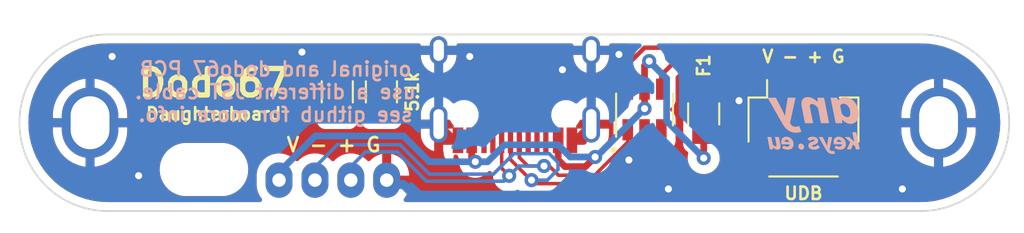
<source format=kicad_pcb>
(kicad_pcb (version 20211014) (generator pcbnew)
  (layers (0 "F.Cu" signal) (31 "B.Cu" signal) (34 "B.Paste" user) (35 "F.Paste" user) (36 "B.SilkS" user "B.Silkscreen") (37 "F.SilkS" user "F.Silkscreen") (38 "B.Mask" user) (39 "F.Mask" user) (44 "Edge.Cuts" user))
  (net 0 "")
  (net 1 "D+")
  (net 2 "GND")
  (net 3 "D-")
  (net 4 "VCC")
  (net 5 "Net-(J1-Pad10)")
  (net 6 "Net-(J1-Pad4)")
  (net 7 "VBUS")
  (net 10 "Net-(J2-Pad2)")
  (net 11 "Net-(J2-Pad3)")
  (footprint "footprints:3x2.2" (layer "F.Cu") (at 4.3 5)
    (fp_text reference "MH1" hide)
    (fp_text value "Mount-M2" hide)
    (pad "1" thru_hole oval locked (at 0 0) (size 3.2 4) (drill oval 2.2 3) (layers *.Cu *.Mask) (net 2 "GND"))
  )
  (footprint "Keeb_components:OTHER_strain_relief_small" (layer "F.Cu") (at 10.75 7.65)
    (fp_text reference "REF**" hide)
    (fp_text value "strain_relief_small")
    (pad "" np_thru_hole oval locked (at 0 0) (size 4 2) (drill oval 4 2) (layers *.Cu *.Mask))
  )
  (footprint "Keeb_components:R_0805" (layer "F.Cu") (at 39.05 4.5 -90)
    (fp_text reference "F1" (at -2 0 -90) (layer "F.SilkS") (effects (font (size 0.7 0.7)) (justify left)))
    (fp_text value "Polyfuse" hide)
    (pad "1" smd rect locked (at -1.1 0 270) (size 1.2 1.3) (layers "F.Cu" "F.Paste" "F.Mask") (net 4 "VCC"))
    (pad "2" smd rect locked (at 1.1 0 270) (size 1.2 1.3) (layers "F.Cu" "F.Paste" "F.Mask") (net 7 "VBUS"))
  )
  (footprint "Keeb_components:CONN_HRO-TYPE-C-31-M-12" (layer "F.Cu") (at 28.36 -1.7)
    (fp_text reference "J1")
    (fp_text value "HRO-TYPE-C-31-M-12" hide)
    (pad "" np_thru_hole circle (at 2.89 6.25 180) (size 0.65 0.65) (drill 0.65) (layers *.Cu *.Mask))
    (pad "" np_thru_hole circle (at -2.89 6.25 180) (size 0.65 0.65) (drill 0.65) (layers *.Cu *.Mask))
    (pad "1" smd rect (at 3.225 7.695 180) (size 0.6 1.45) (layers "F.Cu" "F.Paste" "F.Mask") (net 2 "GND"))
    (pad "2" smd rect (at 2.45 7.695 180) (size 0.6 1.45) (layers "F.Cu" "F.Paste" "F.Mask") (net 7 "VBUS"))
    (pad "3" smd rect (at 1.75 7.695 180) (size 0.3 1.45) (layers "F.Cu" "F.Paste" "F.Mask"))
    (pad "4" smd rect (at 1.25 7.695 180) (size 0.3 1.45) (layers "F.Cu" "F.Paste" "F.Mask") (net 6 "Net-(J1-Pad4)"))
    (pad "5" smd rect (at 0.75 7.695 180) (size 0.3 1.45) (layers "F.Cu" "F.Paste" "F.Mask") (net 3 "D-"))
    (pad "6" smd rect (at 0.25 7.695 180) (size 0.3 1.45) (layers "F.Cu" "F.Paste" "F.Mask") (net 1 "D+"))
    (pad "7" smd rect (at -0.25 7.695 180) (size 0.3 1.45) (layers "F.Cu" "F.Paste" "F.Mask") (net 3 "D-"))
    (pad "8" smd rect (at -0.75 7.695 180) (size 0.3 1.45) (layers "F.Cu" "F.Paste" "F.Mask") (net 1 "D+"))
    (pad "9" smd rect (at -1.25 7.695 180) (size 0.3 1.45) (layers "F.Cu" "F.Paste" "F.Mask"))
    (pad "10" smd rect (at -1.75 7.695 180) (size 0.3 1.45) (layers "F.Cu" "F.Paste" "F.Mask") (net 5 "Net-(J1-Pad10)"))
    (pad "11" smd rect (at -2.45 7.695 180) (size 0.6 1.45) (layers "F.Cu" "F.Paste" "F.Mask") (net 7 "VBUS"))
    (pad "12" smd rect (at -3.225 7.695 180) (size 0.6 1.45) (layers "F.Cu" "F.Paste" "F.Mask") (net 2 "GND"))
    (pad "13" thru_hole oval (at -4.32 2.6 180) (size 1 1.6) (drill oval 0.6 1.2) (layers *.Cu *.Mask) (net 2 "GND"))
    (pad "13" thru_hole oval (at 4.32 2.6 180) (size 1 1.6) (drill oval 0.6 1.2) (layers *.Cu *.Mask) (net 2 "GND"))
    (pad "13" thru_hole oval (at 4.32 6.78 180) (size 1 2.1) (drill oval 0.6 1.7) (layers *.Cu *.Mask) (net 2 "GND"))
    (pad "13" thru_hole oval (at -4.32 6.78 180) (size 1 2.1) (drill oval 0.6 1.7) (layers *.Cu *.Mask) (net 2 "GND"))
  )
  (footprint "Keeb_components:PACKAGE_SOT-23-6" (layer "F.Cu") (at 35.7 4.25 -90)
    (fp_text reference "U1" hide)
    (fp_text value "USBLC6-2SC6")
    (pad "1" smd rect (at 1.15 0.95) (size 0.6 1.2) (layers "F.Cu" "F.Paste" "F.Mask") (net 1 "D+"))
    (pad "2" smd rect (at 1.15 0) (size 0.6 1.2) (layers "F.Cu" "F.Paste" "F.Mask") (net 2 "GND"))
    (pad "3" smd rect (at 1.15 -0.95) (size 0.6 1.2) (layers "F.Cu" "F.Paste" "F.Mask") (net 3 "D-"))
    (pad "4" smd rect (at -1.15 -0.95) (size 0.6 1.2) (layers "F.Cu" "F.Paste" "F.Mask") (net 10 "Net-(J2-Pad2)"))
    (pad "5" smd rect (at -1.15 0) (size 0.6 1.2) (layers "F.Cu" "F.Paste" "F.Mask") (net 7 "VBUS"))
    (pad "6" smd rect (at -1.15 0.95) (size 0.6 1.2) (layers "F.Cu" "F.Paste" "F.Mask") (net 11 "Net-(J2-Pad3)"))
  )
  (footprint "footprints:solder_header" (layer "F.Cu") (at 18.05 8.25)
    (fp_text reference "J3" hide)
    (fp_text value "Solder" hide)
    (pad "1" thru_hole oval (at -3.048 0) (size 1.524 2) (drill 0.762) (layers *.Cu *.Mask) (net 7 "VBUS"))
    (pad "2" thru_hole oval (at -1.016 0) (size 1.524 2) (drill 0.762) (layers *.Cu *.Mask) (net 3 "D-"))
    (pad "3" thru_hole oval (at 1.016 0) (size 1.524 2) (drill 0.762) (layers *.Cu *.Mask) (net 1 "D+"))
    (pad "4" thru_hole oval (at 3.048 0) (size 1.524 2) (drill 0.762) (layers *.Cu *.Mask) (net 2 "GND"))
  )
  (footprint "footprints:3x2.2" (layer "F.Cu") (at 52.35 5)
    (fp_text reference "MH2" hide)
    (fp_text value "Mount-M2" hide)
    (pad "1" thru_hole oval locked (at 0 0) (size 3.2 4) (drill oval 2.2 3) (layers *.Cu *.Mask) (net 2 "GND"))
  )
  (footprint "Keeb_components:R_0805" (layer "F.Cu") (at 20.8 3.25 90)
    (fp_text reference "R1" hide)
    (fp_text value "5.1k" (at 0 1.75 90) (layer "F.SilkS") (effects (font (size 0.7 0.7))))
    (pad "1" smd rect locked (at -1.1 0 90) (size 1 1.3) (layers "F.Cu" "F.Paste" "F.Mask") (net 5 "Net-(J1-Pad10)"))
    (pad "2" smd rect locked (at 1.1 0 90) (size 1 1.3) (layers "F.Cu" "F.Paste" "F.Mask") (net 2 "GND"))
  )
  (footprint "Keeb_components:R_0805" (layer "F.Cu") (at 18.3 3.25 90)
    (fp_text reference "R2" hide)
    (fp_text value "5.1k" hide)
    (pad "1" smd rect locked (at -1.1 0 90) (size 1 1.3) (layers "F.Cu" "F.Paste" "F.Mask") (net 6 "Net-(J1-Pad4)"))
    (pad "2" smd rect locked (at 1.1 0 90) (size 1 1.3) (layers "F.Cu" "F.Paste" "F.Mask") (net 2 "GND"))
  )
  (footprint "Keeb_components:CONN_JST_SH_SM04B-SRSS-TB_1x04-1MP_P1.00mm_Horizontal" (layer "F.Cu") (at 44.7 5.357817)
    (fp_text reference "J2" hide)
    (fp_text value "UDB" (at 0 3.642183) (layer "F.SilkS") (effects (font (size 0.7 0.7))))
    (pad "1" smd roundrect locked (at -1.5 -2.15) (size 0.6 1.85) (layers "F.Cu" "F.Paste" "F.Mask") (net 4 "VCC"))
    (pad "2" smd roundrect locked (at -0.5 -2.15) (size 0.6 1.85) (layers "F.Cu" "F.Paste" "F.Mask") (net 10 "Net-(J2-Pad2)"))
    (pad "3" smd roundrect locked (at 0.5 -2.15) (size 0.6 1.85) (layers "F.Cu" "F.Paste" "F.Mask") (net 11 "Net-(J2-Pad3)"))
    (pad "4" smd roundrect locked (at 1.5 -2.15) (size 0.6 1.85) (layers "F.Cu" "F.Paste" "F.Mask") (net 2 "GND"))
    (pad "MP" smd roundrect locked (at 3 1.875) (size 1.6 1.8) (layers "F.Cu" "F.Paste" "F.Mask") (roundrect_rratio 0.208))
    (pad "MP" smd roundrect locked (at -3 1.875) (size 1.6 1.8) (layers "F.Cu" "F.Paste" "F.Mask") (roundrect_rratio 0.208))
  )
  (footprint "Keeb_components:GRAPHIC_logo_text" (layer "B.Cu") (at 45.3 5.432817 180)
    (fp_text reference "G***" hide)
    (fp_text value "LOGO" hide)
  )
  (gr_arc (start 5.299999 10) (mid 0.299999 5) (end 5.3 0) (layer "Edge.Cuts") (width 0.1))
  (gr_line (start 5.3 0) (end 51.35 0) (layer "Edge.Cuts") (width 0.1))
  (gr_arc (start 51.35 0) (mid 56.35 5) (end 51.35 10) (layer "Edge.Cuts") (width 0.1))
  (gr_line (start 51.35 10) (end 5.299999 10) (layer "Edge.Cuts") (width 0.1))
  (gr_text "original and dodo67 PCB\nuse a different JST cable.\nsee github for more info." (at 14.8 3.25) (layer "B.SilkS") (effects (font (size 0.8 0.8)) (justify mirror)))
  (gr_text "V - + G" (at 44.7 1.25) (layer "F.SilkS") (effects (font (size 0.7 0.7))))
  (gr_text "V - + G" (at 18.098 6.25) (layer "F.SilkS") (effects (font (size 0.8 0.8))))
  (gr_text "Daughterboard" (at 11.3 4.5) (layer "F.SilkS") (effects (font (size 0.7 0.7))))
  (gr_text "Dodo67" (at 11.3 2.75) (layer "F.SilkS") (effects (font (size 1.5 1.5) (thickness 0.3))))
  (segment (start 34.75 6.099018) (end 34.75 5.4) (width 0.2) (layer "F.Cu") (net 1))
  (segment (start 29.090478 7.4495) (end 30.007607 7.4495) (width 0.2) (layer "F.Cu") (net 1))
  (segment (start 28.61 6.969022) (end 29.090478 7.4495) (width 0.2) (layer "F.Cu") (net 1))
  (segment (start 30.300482 7.4495) (end 30.825491 7.974509) (width 0.2) (layer "F.Cu") (net 1))
  (segment (start 27.61 7.580656) (end 28.034294 8.00495) (width 0.2) (layer "F.Cu") (net 1))
  (segment (start 28.61 5.995) (end 28.61 6.969022) (width 0.2) (layer "F.Cu") (net 1))
  (segment (start 27.61 5.995) (end 27.61 7.580656) (width 0.2) (layer "F.Cu") (net 1))
  (segment (start 30.007607 7.4495) (end 30.300482 7.4495) (width 0.2) (layer "F.Cu") (net 1))
  (segment (start 32.874509 7.974509) (end 34.75 6.099018) (width 0.2) (layer "F.Cu") (net 1))
  (segment (start 30.825491 7.974509) (end 32.874509 7.974509) (width 0.2) (layer "F.Cu") (net 1))
  (via (at 28.034294 8.00495) (size 0.8) (drill 0.4) (layers "F.Cu" "B.Cu") (net 1))
  (via (at 30.007607 7.4495) (size 0.8) (drill 0.4) (layers "F.Cu" "B.Cu") (net 1))
  (segment (start 23.351308 8.309306) (end 21.691522 6.64952) (width 0.2) (layer "B.Cu") (net 1))
  (segment (start 30.007607 7.4495) (end 28.589744 7.4495) (width 0.2) (layer "B.Cu") (net 1))
  (segment (start 19.90048 6.64952) (end 19.066 7.484) (width 0.2) (layer "B.Cu") (net 1))
  (segment (start 19.066 7.484) (end 19.066 8.25) (width 0.2) (layer "B.Cu") (net 1))
  (segment (start 21.691522 6.64952) (end 19.90048 6.64952) (width 0.2) (layer "B.Cu") (net 1))
  (segment (start 28.589744 7.4495) (end 28.034294 8.00495) (width 0.2) (layer "B.Cu") (net 1))
  (segment (start 28.034294 8.00495) (end 27.729937 8.309307) (width 0.2) (layer "B.Cu") (net 1))
  (segment (start 27.729937 8.309307) (end 23.351308 8.309306) (width 0.2) (layer "B.Cu") (net 1))
  (segment (start 31.765 5.995) (end 32.68 5.08) (width 0.381) (layer "F.Cu") (net 2))
  (segment (start 24.955 5.995) (end 24.04 5.08) (width 0.381) (layer "F.Cu") (net 2))
  (segment (start 31.585 5.995) (end 31.765 5.995) (width 0.381) (layer "F.Cu") (net 2))
  (segment (start 35.7 6.225306) (end 34.812653 7.112653) (width 0.25) (layer "F.Cu") (net 2))
  (segment (start 25.135 5.995) (end 24.955 5.995) (width 0.381) (layer "F.Cu") (net 2))
  (segment (start 35.7 5.4) (end 35.7 6.225306) (width 0.25) (layer "F.Cu") (net 2))
  (via (at 5.55 1.25) (size 0.8) (drill 0.4) (layers "F.Cu" "B.Cu") (net 2))
  (via (at 7.05 8) (size 0.8) (drill 0.4) (layers "F.Cu" "B.Cu") (net 2))
  (via (at 37.05 8.75) (size 0.8) (drill 0.4) (layers "F.Cu" "B.Cu") (net 2))
  (via (at 16.3 1) (size 0.8) (drill 0.4) (layers "F.Cu" "B.Cu") (net 2))
  (via (at 41.05 3.75) (size 0.8) (drill 0.4) (layers "F.Cu" "B.Cu") (net 2))
  (via (at 25.8 1.25) (size 0.8) (drill 0.4) (layers "F.Cu" "B.Cu") (net 2))
  (via (at 34.812653 7.112653) (size 0.8) (drill 0.4) (layers "F.Cu" "B.Cu") (net 2))
  (via (at 31.05 2) (size 0.8) (drill 0.4) (layers "F.Cu" "B.Cu") (net 2))
  (via (at 34.25 1.132817) (size 0.8) (drill 0.4) (layers "F.Cu" "B.Cu") (net 2))
  (via (at 50.3 8.75) (size 0.8) (drill 0.4) (layers "F.Cu" "B.Cu") (net 2))
  (segment (start 32.825795 9.099511) (end 22.649511 9.099511) (width 0.5) (layer "B.Cu") (net 2))
  (segment (start 21.348 8.5) (end 21.098 8.25) (width 0.5) (layer "B.Cu") (net 2))
  (segment (start 22.649511 9.099511) (end 22.05 8.5) (width 0.5) (layer "B.Cu") (net 2))
  (segment (start 34.812653 7.112653) (end 32.825795 9.099511) (width 0.5) (layer "B.Cu") (net 2))
  (segment (start 22.05 8.5) (end 21.348 8.5) (width 0.5) (layer "B.Cu") (net 2))
  (segment (start 28.11 5.034998) (end 28.11 5.995) (width 0.2) (layer "F.Cu") (net 3))
  (segment (start 29.284294 8.265706) (end 29.468597 8.450009) (width 0.2) (layer "F.Cu") (net 3))
  (segment (start 35.186144 7.812164) (end 36.65 6.348308) (width 0.2) (layer "F.Cu") (net 3))
  (segment (start 32.964014 8.45001) (end 33.607012 7.807012) (width 0.2) (layer "F.Cu") (net 3))
  (segment (start 29.034999 4.944999) (end 28.199999 4.944999) (width 0.2) (layer "F.Cu") (net 3))
  (segment (start 28.199999 4.944999) (end 28.11 5.034998) (width 0.2) (layer "F.Cu") (net 3))
  (segment (start 33.612164 7.812164) (end 35.186144 7.812164) (width 0.2) (layer "F.Cu") (net 3))
  (segment (start 29.11 5.02) (end 29.034999 4.944999) (width 0.2) (layer "F.Cu") (net 3))
  (segment (start 29.11 5.995) (end 29.11 5.02) (width 0.2) (layer "F.Cu") (net 3))
  (segment (start 29.468597 8.450009) (end 32.964014 8.45001) (width 0.2) (layer "F.Cu") (net 3))
  (segment (start 29.284294 8.265706) (end 29.3 8.25) (width 0.2) (layer "F.Cu") (net 3))
  (segment (start 28.11 7.091412) (end 29.284294 8.265706) (width 0.2) (layer "F.Cu") (net 3))
  (segment (start 28.11 5.995) (end 28.11 7.091412) (width 0.2) (layer "F.Cu") (net 3))
  (segment (start 33.607012 7.807012) (end 33.612164 7.812164) (width 0.2) (layer "F.Cu") (net 3))
  (segment (start 36.65 6.348308) (end 36.65 5.4) (width 0.2) (layer "F.Cu") (net 3))
  (via (at 29.3 8.25) (size 0.8) (drill 0.4) (layers "F.Cu" "B.Cu") (net 3))
  (segment (start 30.8 7.646366) (end 30.8 7.25) (width 0.2) (layer "B.Cu") (net 3))
  (segment (start 30.3 6.75) (end 28.3 6.75) (width 0.2) (layer "B.Cu") (net 3))
  (segment (start 17.034 7.516) (end 17.034 8.25) (width 0.2) (layer "B.Cu") (net 3))
  (segment (start 21.857008 6.25) (end 18.3 6.25) (width 0.2) (layer "B.Cu") (net 3))
  (segment (start 27.140213 7.909787) (end 23.516795 7.909787) (width 0.2) (layer "B.Cu") (net 3))
  (segment (start 30.8 7.25) (end 30.3 6.75) (width 0.2) (layer "B.Cu") (net 3))
  (segment (start 23.516795 7.909787) (end 21.857008 6.25) (width 0.2) (layer "B.Cu") (net 3))
  (segment (start 29.3 8.25) (end 30.196366 8.25) (width 0.2) (layer "B.Cu") (net 3))
  (segment (start 30.196366 8.25) (end 30.8 7.646366) (width 0.2) (layer "B.Cu") (net 3))
  (segment (start 28.3 6.75) (end 27.140213 7.909787) (width 0.2) (layer "B.Cu") (net 3))
  (segment (start 18.3 6.25) (end 17.034 7.516) (width 0.2) (layer "B.Cu") (net 3))
  (segment (start 39.05 2.419) (end 39.73448 1.73452) (width 0.381) (layer "F.Cu") (net 4))
  (segment (start 39.05 3.4) (end 39.05 2.419) (width 0.381) (layer "F.Cu") (net 4))
  (segment (start 39.73448 1.73452) (end 39.73448 1.71552) (width 0.381) (layer "F.Cu") (net 4))
  (segment (start 39.73448 1.71552) (end 43.038923 1.71552) (width 0.381) (layer "F.Cu") (net 4))
  (segment (start 43.2 1.876597) (end 43.2 3.207817) (width 0.381) (layer "F.Cu") (net 4))
  (segment (start 43.038923 1.71552) (end 43.2 1.876597) (width 0.381) (layer "F.Cu") (net 4))
  (segment (start 20.8 4.35) (end 21.55 4.35) (width 0.25) (layer "F.Cu") (net 5))
  (segment (start 26.61 5.995) (end 26.61 4.31) (width 0.25) (layer "F.Cu") (net 5))
  (segment (start 25.55 3.25) (end 22.65 3.25) (width 0.25) (layer "F.Cu") (net 5))
  (segment (start 21.55 4.35) (end 22.65 3.25) (width 0.25) (layer "F.Cu") (net 5))
  (segment (start 26.61 4.31) (end 25.55 3.25) (width 0.25) (layer "F.Cu") (net 5))
  (segment (start 22.05 2.75) (end 25.685718 2.75) (width 0.25) (layer "F.Cu") (net 6))
  (segment (start 18.3 3.75) (end 18.8 3.25) (width 0.25) (layer "F.Cu") (net 6))
  (segment (start 18.8 3.25) (end 21.55 3.25) (width 0.25) (layer "F.Cu") (net 6))
  (segment (start 21.55 3.25) (end 22.05 2.75) (width 0.25) (layer "F.Cu") (net 6))
  (segment (start 25.685718 2.75) (end 27.435718 4.5) (width 0.25) (layer "F.Cu") (net 6))
  (segment (start 29.3 4.5) (end 29.61 4.81) (width 0.25) (layer "F.Cu") (net 6))
  (segment (start 18.3 4.35) (end 18.3 3.75) (width 0.25) (layer "F.Cu") (net 6))
  (segment (start 29.61 4.81) (end 29.61 5.995) (width 0.25) (layer "F.Cu") (net 6))
  (segment (start 27.435718 4.5) (end 29.3 4.5) (width 0.25) (layer "F.Cu") (net 6))
  (segment (start 35.7 3.1) (end 35.7 1.775306) (width 0.381) (layer "F.Cu") (net 7))
  (segment (start 25.91 5.995) (end 25.91 7.005285) (width 0.381) (layer "F.Cu") (net 7))
  (segment (start 30.81 7.101) (end 31.19349 7.48449) (width 0.381) (layer "F.Cu") (net 7))
  (segment (start 30.81 7.101) (end 30.81 5.995) (width 0.381) (layer "F.Cu") (net 7))
  (segment (start 35.7 3.1) (end 35.7 4.199998) (width 0.381) (layer "F.Cu") (net 7))
  (segment (start 32.356068 7.48449) (end 32.9 6.940558) (width 0.381) (layer "F.Cu") (net 7))
  (segment (start 31.19349 7.48449) (end 32.356068 7.48449) (width 0.381) (layer "F.Cu") (net 7))
  (segment (start 35.7 1.775306) (end 35.962653 1.512653) (width 0.381) (layer "F.Cu") (net 7))
  (segment (start 25.91 7.005285) (end 26.114991 7.210276) (width 0.381) (layer "F.Cu") (net 7))
  (segment (start 39.05 7) (end 39.05 5.6) (width 0.381) (layer "F.Cu") (net 7))
  (via (at 39.05 7) (size 0.8) (drill 0.4) (layers "F.Cu" "B.Cu") (net 7))
  (via (at 26.114991 7.210276) (size 0.8) (drill 0.4) (layers "F.Cu" "B.Cu") (net 7))
  (via (at 32.9 6.940558) (size 0.8) (drill 0.4) (layers "F.Cu" "B.Cu") (net 7))
  (via (at 35.7 4.199998) (size 0.8) (drill 0.4) (layers "F.Cu" "B.Cu") (net 7))
  (via (at 35.962653 1.512653) (size 0.8) (drill 0.4) (layers "F.Cu" "B.Cu") (net 7))
  (segment (start 29.05 6.25) (end 30.8 6.25) (width 0.381) (layer "B.Cu") (net 7))
  (segment (start 35.962653 1.512653) (end 36.95 2.5) (width 0.381) (layer "B.Cu") (net 7))
  (segment (start 27.773585 6.25) (end 29.05 6.25) (width 0.381) (layer "B.Cu") (net 7))
  (segment (start 22.05 5.75) (end 17.05 5.75) (width 0.381) (layer "B.Cu") (net 7))
  (segment (start 15.002 7.798) (end 15.002 8.25) (width 0.381) (layer "B.Cu") (net 7))
  (segment (start 36.95 2.5) (end 36.95 4.9) (width 0.381) (layer "B.Cu") (net 7))
  (segment (start 17.05 5.75) (end 15.002 7.798) (width 0.381) (layer "B.Cu") (net 7))
  (segment (start 26.81331 7.210276) (end 27.161793 6.861793) (width 0.381) (layer "B.Cu") (net 7))
  (segment (start 27.161793 6.861793) (end 27.773585 6.25) (width 0.381) (layer "B.Cu") (net 7))
  (segment (start 36.95 4.9) (end 39.05 7) (width 0.381) (layer "B.Cu") (net 7))
  (segment (start 35.7 4.199998) (end 32.95944 6.940558) (width 0.381) (layer "B.Cu") (net 7))
  (segment (start 32.95944 6.940558) (end 32.9 6.940558) (width 0.381) (layer "B.Cu") (net 7))
  (segment (start 26.114991 7.210276) (end 26.81331 7.210276) (width 0.381) (layer "B.Cu") (net 7))
  (segment (start 26.114991 7.210276) (end 23.510276 7.210276) (width 0.381) (layer "B.Cu") (net 7))
  (segment (start 30.8 6.25) (end 31.490558 6.940558) (width 0.381) (layer "B.Cu") (net 7))
  (segment (start 23.510276 7.210276) (end 22.05 5.75) (width 0.381) (layer "B.Cu") (net 7))
  (segment (start 31.490558 6.940558) (end 32.9 6.940558) (width 0.381) (layer "B.Cu") (net 7))
  (segment (start 44.2 3.207817) (end 44.2 2.076607) (width 0.25) (layer "F.Cu") (net 10))
  (segment (start 37.74999 1.20001) (end 36.65 2.3) (width 0.25) (layer "F.Cu") (net 10))
  (segment (start 36.65 2.3) (end 36.65 3.1) (width 0.25) (layer "F.Cu") (net 10))
  (segment (start 41.070902 1.20001) (end 43.323403 1.20001) (width 0.25) (layer "F.Cu") (net 10))
  (segment (start 41.070902 1.20001) (end 37.74999 1.20001) (width 0.25) (layer "F.Cu") (net 10))
  (segment (start 44.2 2.076607) (end 43.323403 1.20001) (width 0.25) (layer "F.Cu") (net 10))
  (segment (start 45.2 3.207817) (end 45.2 1.876597) (width 0.25) (layer "F.Cu") (net 11))
  (segment (start 45.2 1.876597) (end 44.073403 0.75) (width 0.25) (layer "F.Cu") (net 11))
  (segment (start 34.75 2.7) (end 34.75 3.1) (width 0.25) (layer "F.Cu") (net 11))
  (segment (start 44.073403 0.75) (end 40.884501 0.750001) (width 0.25) (layer "F.Cu") (net 11))
  (segment (start 34.75 2.7) (end 34.75 1.7) (width 0.25) (layer "F.Cu") (net 11))
  (segment (start 34.75 1.7) (end 35.699999 0.750001) (width 0.25) (layer "F.Cu") (net 11))
  (segment (start 40.884501 0.750001) (end 37.200001 0.750001) (width 0.25) (layer "F.Cu") (net 11))
  (segment (start 35.699999 0.750001) (end 37.200001 0.750001) (width 0.25) (layer "F.Cu") (net 11))
  (zone (net 2) (net_name "GND") (layer "F.Cu") (connect_pads (clearance 0.508)) (min_thickness 0.254) (fill yes (thermal_gap 0.508) (thermal_bridge_width 0.508))
    (polygon (pts (xy 57.2 11.25) (xy -0.8 11.25) (xy -0.8 -1.5) (xy 57.2 -1.5)))
  )
  (zone (net 2) (net_name "GND") (layer "B.Cu") (connect_pads (clearance 0.508)) (min_thickness 0.254) (fill yes (thermal_gap 0.508) (thermal_bridge_width 0.508))
    (polygon (pts (xy 57.2 11.25) (xy -0.8 11.25) (xy -0.8 -1.5) (xy 57.2 -1.5)))
  )
)
</source>
